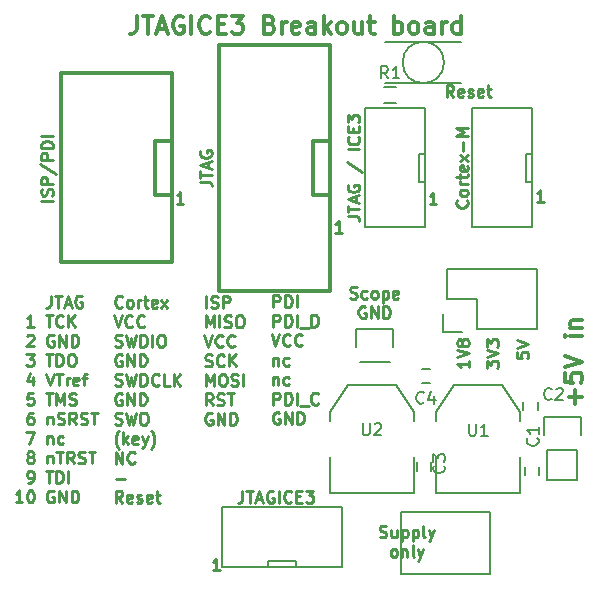
<source format=gbr>
G04 #@! TF.FileFunction,Legend,Top*
%FSLAX46Y46*%
G04 Gerber Fmt 4.6, Leading zero omitted, Abs format (unit mm)*
G04 Created by KiCad (PCBNEW (2015-05-09 BZR 5648)-product) date fre 07 aug 2015 21:35:44 CEST*
%MOMM*%
G01*
G04 APERTURE LIST*
%ADD10C,0.100000*%
%ADD11C,0.250000*%
%ADD12C,0.300000*%
%ADD13C,0.150000*%
%ADD14C,0.304800*%
%ADD15C,0.299720*%
G04 APERTURE END LIST*
D10*
D11*
X122487655Y-128148341D02*
X121916226Y-128148341D01*
X122201940Y-128148341D02*
X122201940Y-127148341D01*
X122106702Y-127291198D01*
X122011464Y-127386436D01*
X121916226Y-127434055D01*
X119421875Y-97094301D02*
X118850446Y-97094301D01*
X119136160Y-97094301D02*
X119136160Y-96094301D01*
X119040922Y-96237158D01*
X118945684Y-96332396D01*
X118850446Y-96380015D01*
X132861015Y-99547941D02*
X132289586Y-99547941D01*
X132575300Y-99547941D02*
X132575300Y-98547941D01*
X132480062Y-98690798D01*
X132384824Y-98786036D01*
X132289586Y-98833655D01*
X140854395Y-97160341D02*
X140282966Y-97160341D01*
X140568680Y-97160341D02*
X140568680Y-96160341D01*
X140473442Y-96303198D01*
X140378204Y-96398436D01*
X140282966Y-96446055D01*
X149937435Y-96941901D02*
X149366006Y-96941901D01*
X149651720Y-96941901D02*
X149651720Y-95941901D01*
X149556482Y-96084758D01*
X149461244Y-96179996D01*
X149366006Y-96227615D01*
X127034895Y-105852681D02*
X127034895Y-104852681D01*
X127415848Y-104852681D01*
X127511086Y-104900300D01*
X127558705Y-104947919D01*
X127606324Y-105043157D01*
X127606324Y-105186014D01*
X127558705Y-105281252D01*
X127511086Y-105328871D01*
X127415848Y-105376490D01*
X127034895Y-105376490D01*
X128034895Y-105852681D02*
X128034895Y-104852681D01*
X128272990Y-104852681D01*
X128415848Y-104900300D01*
X128511086Y-104995538D01*
X128558705Y-105090776D01*
X128606324Y-105281252D01*
X128606324Y-105424110D01*
X128558705Y-105614586D01*
X128511086Y-105709824D01*
X128415848Y-105805062D01*
X128272990Y-105852681D01*
X128034895Y-105852681D01*
X129034895Y-105852681D02*
X129034895Y-104852681D01*
X127034895Y-107502681D02*
X127034895Y-106502681D01*
X127415848Y-106502681D01*
X127511086Y-106550300D01*
X127558705Y-106597919D01*
X127606324Y-106693157D01*
X127606324Y-106836014D01*
X127558705Y-106931252D01*
X127511086Y-106978871D01*
X127415848Y-107026490D01*
X127034895Y-107026490D01*
X128034895Y-107502681D02*
X128034895Y-106502681D01*
X128272990Y-106502681D01*
X128415848Y-106550300D01*
X128511086Y-106645538D01*
X128558705Y-106740776D01*
X128606324Y-106931252D01*
X128606324Y-107074110D01*
X128558705Y-107264586D01*
X128511086Y-107359824D01*
X128415848Y-107455062D01*
X128272990Y-107502681D01*
X128034895Y-107502681D01*
X129034895Y-107502681D02*
X129034895Y-106502681D01*
X129272990Y-107597919D02*
X130034895Y-107597919D01*
X130272990Y-107502681D02*
X130272990Y-106502681D01*
X130511085Y-106502681D01*
X130653943Y-106550300D01*
X130749181Y-106645538D01*
X130796800Y-106740776D01*
X130844419Y-106931252D01*
X130844419Y-107074110D01*
X130796800Y-107264586D01*
X130749181Y-107359824D01*
X130653943Y-107455062D01*
X130511085Y-107502681D01*
X130272990Y-107502681D01*
X126892038Y-108152681D02*
X127225371Y-109152681D01*
X127558705Y-108152681D01*
X128463467Y-109057443D02*
X128415848Y-109105062D01*
X128272991Y-109152681D01*
X128177753Y-109152681D01*
X128034895Y-109105062D01*
X127939657Y-109009824D01*
X127892038Y-108914586D01*
X127844419Y-108724110D01*
X127844419Y-108581252D01*
X127892038Y-108390776D01*
X127939657Y-108295538D01*
X128034895Y-108200300D01*
X128177753Y-108152681D01*
X128272991Y-108152681D01*
X128415848Y-108200300D01*
X128463467Y-108247919D01*
X129463467Y-109057443D02*
X129415848Y-109105062D01*
X129272991Y-109152681D01*
X129177753Y-109152681D01*
X129034895Y-109105062D01*
X128939657Y-109009824D01*
X128892038Y-108914586D01*
X128844419Y-108724110D01*
X128844419Y-108581252D01*
X128892038Y-108390776D01*
X128939657Y-108295538D01*
X129034895Y-108200300D01*
X129177753Y-108152681D01*
X129272991Y-108152681D01*
X129415848Y-108200300D01*
X129463467Y-108247919D01*
X127034895Y-110136014D02*
X127034895Y-110802681D01*
X127034895Y-110231252D02*
X127082514Y-110183633D01*
X127177752Y-110136014D01*
X127320610Y-110136014D01*
X127415848Y-110183633D01*
X127463467Y-110278871D01*
X127463467Y-110802681D01*
X128368229Y-110755062D02*
X128272991Y-110802681D01*
X128082514Y-110802681D01*
X127987276Y-110755062D01*
X127939657Y-110707443D01*
X127892038Y-110612205D01*
X127892038Y-110326490D01*
X127939657Y-110231252D01*
X127987276Y-110183633D01*
X128082514Y-110136014D01*
X128272991Y-110136014D01*
X128368229Y-110183633D01*
X127034895Y-111786014D02*
X127034895Y-112452681D01*
X127034895Y-111881252D02*
X127082514Y-111833633D01*
X127177752Y-111786014D01*
X127320610Y-111786014D01*
X127415848Y-111833633D01*
X127463467Y-111928871D01*
X127463467Y-112452681D01*
X128368229Y-112405062D02*
X128272991Y-112452681D01*
X128082514Y-112452681D01*
X127987276Y-112405062D01*
X127939657Y-112357443D01*
X127892038Y-112262205D01*
X127892038Y-111976490D01*
X127939657Y-111881252D01*
X127987276Y-111833633D01*
X128082514Y-111786014D01*
X128272991Y-111786014D01*
X128368229Y-111833633D01*
X127034895Y-114102681D02*
X127034895Y-113102681D01*
X127415848Y-113102681D01*
X127511086Y-113150300D01*
X127558705Y-113197919D01*
X127606324Y-113293157D01*
X127606324Y-113436014D01*
X127558705Y-113531252D01*
X127511086Y-113578871D01*
X127415848Y-113626490D01*
X127034895Y-113626490D01*
X128034895Y-114102681D02*
X128034895Y-113102681D01*
X128272990Y-113102681D01*
X128415848Y-113150300D01*
X128511086Y-113245538D01*
X128558705Y-113340776D01*
X128606324Y-113531252D01*
X128606324Y-113674110D01*
X128558705Y-113864586D01*
X128511086Y-113959824D01*
X128415848Y-114055062D01*
X128272990Y-114102681D01*
X128034895Y-114102681D01*
X129034895Y-114102681D02*
X129034895Y-113102681D01*
X129272990Y-114197919D02*
X130034895Y-114197919D01*
X130844419Y-114007443D02*
X130796800Y-114055062D01*
X130653943Y-114102681D01*
X130558705Y-114102681D01*
X130415847Y-114055062D01*
X130320609Y-113959824D01*
X130272990Y-113864586D01*
X130225371Y-113674110D01*
X130225371Y-113531252D01*
X130272990Y-113340776D01*
X130320609Y-113245538D01*
X130415847Y-113150300D01*
X130558705Y-113102681D01*
X130653943Y-113102681D01*
X130796800Y-113150300D01*
X130844419Y-113197919D01*
X127558705Y-114800300D02*
X127463467Y-114752681D01*
X127320610Y-114752681D01*
X127177752Y-114800300D01*
X127082514Y-114895538D01*
X127034895Y-114990776D01*
X126987276Y-115181252D01*
X126987276Y-115324110D01*
X127034895Y-115514586D01*
X127082514Y-115609824D01*
X127177752Y-115705062D01*
X127320610Y-115752681D01*
X127415848Y-115752681D01*
X127558705Y-115705062D01*
X127606324Y-115657443D01*
X127606324Y-115324110D01*
X127415848Y-115324110D01*
X128034895Y-115752681D02*
X128034895Y-114752681D01*
X128606324Y-115752681D01*
X128606324Y-114752681D01*
X129082514Y-115752681D02*
X129082514Y-114752681D01*
X129320609Y-114752681D01*
X129463467Y-114800300D01*
X129558705Y-114895538D01*
X129606324Y-114990776D01*
X129653943Y-115181252D01*
X129653943Y-115324110D01*
X129606324Y-115514586D01*
X129558705Y-115609824D01*
X129463467Y-115705062D01*
X129320609Y-115752681D01*
X129082514Y-115752681D01*
X114258624Y-105810243D02*
X114211005Y-105857862D01*
X114068148Y-105905481D01*
X113972910Y-105905481D01*
X113830052Y-105857862D01*
X113734814Y-105762624D01*
X113687195Y-105667386D01*
X113639576Y-105476910D01*
X113639576Y-105334052D01*
X113687195Y-105143576D01*
X113734814Y-105048338D01*
X113830052Y-104953100D01*
X113972910Y-104905481D01*
X114068148Y-104905481D01*
X114211005Y-104953100D01*
X114258624Y-105000719D01*
X114830052Y-105905481D02*
X114734814Y-105857862D01*
X114687195Y-105810243D01*
X114639576Y-105715005D01*
X114639576Y-105429290D01*
X114687195Y-105334052D01*
X114734814Y-105286433D01*
X114830052Y-105238814D01*
X114972910Y-105238814D01*
X115068148Y-105286433D01*
X115115767Y-105334052D01*
X115163386Y-105429290D01*
X115163386Y-105715005D01*
X115115767Y-105810243D01*
X115068148Y-105857862D01*
X114972910Y-105905481D01*
X114830052Y-105905481D01*
X115591957Y-105905481D02*
X115591957Y-105238814D01*
X115591957Y-105429290D02*
X115639576Y-105334052D01*
X115687195Y-105286433D01*
X115782433Y-105238814D01*
X115877672Y-105238814D01*
X116068148Y-105238814D02*
X116449100Y-105238814D01*
X116211005Y-104905481D02*
X116211005Y-105762624D01*
X116258624Y-105857862D01*
X116353862Y-105905481D01*
X116449100Y-105905481D01*
X117163387Y-105857862D02*
X117068149Y-105905481D01*
X116877672Y-105905481D01*
X116782434Y-105857862D01*
X116734815Y-105762624D01*
X116734815Y-105381671D01*
X116782434Y-105286433D01*
X116877672Y-105238814D01*
X117068149Y-105238814D01*
X117163387Y-105286433D01*
X117211006Y-105381671D01*
X117211006Y-105476910D01*
X116734815Y-105572148D01*
X117544339Y-105905481D02*
X118068149Y-105238814D01*
X117544339Y-105238814D02*
X118068149Y-105905481D01*
X113544338Y-106555481D02*
X113877671Y-107555481D01*
X114211005Y-106555481D01*
X115115767Y-107460243D02*
X115068148Y-107507862D01*
X114925291Y-107555481D01*
X114830053Y-107555481D01*
X114687195Y-107507862D01*
X114591957Y-107412624D01*
X114544338Y-107317386D01*
X114496719Y-107126910D01*
X114496719Y-106984052D01*
X114544338Y-106793576D01*
X114591957Y-106698338D01*
X114687195Y-106603100D01*
X114830053Y-106555481D01*
X114925291Y-106555481D01*
X115068148Y-106603100D01*
X115115767Y-106650719D01*
X116115767Y-107460243D02*
X116068148Y-107507862D01*
X115925291Y-107555481D01*
X115830053Y-107555481D01*
X115687195Y-107507862D01*
X115591957Y-107412624D01*
X115544338Y-107317386D01*
X115496719Y-107126910D01*
X115496719Y-106984052D01*
X115544338Y-106793576D01*
X115591957Y-106698338D01*
X115687195Y-106603100D01*
X115830053Y-106555481D01*
X115925291Y-106555481D01*
X116068148Y-106603100D01*
X116115767Y-106650719D01*
X113639576Y-109157862D02*
X113782433Y-109205481D01*
X114020529Y-109205481D01*
X114115767Y-109157862D01*
X114163386Y-109110243D01*
X114211005Y-109015005D01*
X114211005Y-108919767D01*
X114163386Y-108824529D01*
X114115767Y-108776910D01*
X114020529Y-108729290D01*
X113830052Y-108681671D01*
X113734814Y-108634052D01*
X113687195Y-108586433D01*
X113639576Y-108491195D01*
X113639576Y-108395957D01*
X113687195Y-108300719D01*
X113734814Y-108253100D01*
X113830052Y-108205481D01*
X114068148Y-108205481D01*
X114211005Y-108253100D01*
X114544338Y-108205481D02*
X114782433Y-109205481D01*
X114972910Y-108491195D01*
X115163386Y-109205481D01*
X115401481Y-108205481D01*
X115782433Y-109205481D02*
X115782433Y-108205481D01*
X116020528Y-108205481D01*
X116163386Y-108253100D01*
X116258624Y-108348338D01*
X116306243Y-108443576D01*
X116353862Y-108634052D01*
X116353862Y-108776910D01*
X116306243Y-108967386D01*
X116258624Y-109062624D01*
X116163386Y-109157862D01*
X116020528Y-109205481D01*
X115782433Y-109205481D01*
X116782433Y-109205481D02*
X116782433Y-108205481D01*
X117449099Y-108205481D02*
X117639576Y-108205481D01*
X117734814Y-108253100D01*
X117830052Y-108348338D01*
X117877671Y-108538814D01*
X117877671Y-108872148D01*
X117830052Y-109062624D01*
X117734814Y-109157862D01*
X117639576Y-109205481D01*
X117449099Y-109205481D01*
X117353861Y-109157862D01*
X117258623Y-109062624D01*
X117211004Y-108872148D01*
X117211004Y-108538814D01*
X117258623Y-108348338D01*
X117353861Y-108253100D01*
X117449099Y-108205481D01*
X114211005Y-109903100D02*
X114115767Y-109855481D01*
X113972910Y-109855481D01*
X113830052Y-109903100D01*
X113734814Y-109998338D01*
X113687195Y-110093576D01*
X113639576Y-110284052D01*
X113639576Y-110426910D01*
X113687195Y-110617386D01*
X113734814Y-110712624D01*
X113830052Y-110807862D01*
X113972910Y-110855481D01*
X114068148Y-110855481D01*
X114211005Y-110807862D01*
X114258624Y-110760243D01*
X114258624Y-110426910D01*
X114068148Y-110426910D01*
X114687195Y-110855481D02*
X114687195Y-109855481D01*
X115258624Y-110855481D01*
X115258624Y-109855481D01*
X115734814Y-110855481D02*
X115734814Y-109855481D01*
X115972909Y-109855481D01*
X116115767Y-109903100D01*
X116211005Y-109998338D01*
X116258624Y-110093576D01*
X116306243Y-110284052D01*
X116306243Y-110426910D01*
X116258624Y-110617386D01*
X116211005Y-110712624D01*
X116115767Y-110807862D01*
X115972909Y-110855481D01*
X115734814Y-110855481D01*
X113639576Y-112457862D02*
X113782433Y-112505481D01*
X114020529Y-112505481D01*
X114115767Y-112457862D01*
X114163386Y-112410243D01*
X114211005Y-112315005D01*
X114211005Y-112219767D01*
X114163386Y-112124529D01*
X114115767Y-112076910D01*
X114020529Y-112029290D01*
X113830052Y-111981671D01*
X113734814Y-111934052D01*
X113687195Y-111886433D01*
X113639576Y-111791195D01*
X113639576Y-111695957D01*
X113687195Y-111600719D01*
X113734814Y-111553100D01*
X113830052Y-111505481D01*
X114068148Y-111505481D01*
X114211005Y-111553100D01*
X114544338Y-111505481D02*
X114782433Y-112505481D01*
X114972910Y-111791195D01*
X115163386Y-112505481D01*
X115401481Y-111505481D01*
X115782433Y-112505481D02*
X115782433Y-111505481D01*
X116020528Y-111505481D01*
X116163386Y-111553100D01*
X116258624Y-111648338D01*
X116306243Y-111743576D01*
X116353862Y-111934052D01*
X116353862Y-112076910D01*
X116306243Y-112267386D01*
X116258624Y-112362624D01*
X116163386Y-112457862D01*
X116020528Y-112505481D01*
X115782433Y-112505481D01*
X117353862Y-112410243D02*
X117306243Y-112457862D01*
X117163386Y-112505481D01*
X117068148Y-112505481D01*
X116925290Y-112457862D01*
X116830052Y-112362624D01*
X116782433Y-112267386D01*
X116734814Y-112076910D01*
X116734814Y-111934052D01*
X116782433Y-111743576D01*
X116830052Y-111648338D01*
X116925290Y-111553100D01*
X117068148Y-111505481D01*
X117163386Y-111505481D01*
X117306243Y-111553100D01*
X117353862Y-111600719D01*
X118258624Y-112505481D02*
X117782433Y-112505481D01*
X117782433Y-111505481D01*
X118591957Y-112505481D02*
X118591957Y-111505481D01*
X119163386Y-112505481D02*
X118734814Y-111934052D01*
X119163386Y-111505481D02*
X118591957Y-112076910D01*
X114211005Y-113203100D02*
X114115767Y-113155481D01*
X113972910Y-113155481D01*
X113830052Y-113203100D01*
X113734814Y-113298338D01*
X113687195Y-113393576D01*
X113639576Y-113584052D01*
X113639576Y-113726910D01*
X113687195Y-113917386D01*
X113734814Y-114012624D01*
X113830052Y-114107862D01*
X113972910Y-114155481D01*
X114068148Y-114155481D01*
X114211005Y-114107862D01*
X114258624Y-114060243D01*
X114258624Y-113726910D01*
X114068148Y-113726910D01*
X114687195Y-114155481D02*
X114687195Y-113155481D01*
X115258624Y-114155481D01*
X115258624Y-113155481D01*
X115734814Y-114155481D02*
X115734814Y-113155481D01*
X115972909Y-113155481D01*
X116115767Y-113203100D01*
X116211005Y-113298338D01*
X116258624Y-113393576D01*
X116306243Y-113584052D01*
X116306243Y-113726910D01*
X116258624Y-113917386D01*
X116211005Y-114012624D01*
X116115767Y-114107862D01*
X115972909Y-114155481D01*
X115734814Y-114155481D01*
X113639576Y-115757862D02*
X113782433Y-115805481D01*
X114020529Y-115805481D01*
X114115767Y-115757862D01*
X114163386Y-115710243D01*
X114211005Y-115615005D01*
X114211005Y-115519767D01*
X114163386Y-115424529D01*
X114115767Y-115376910D01*
X114020529Y-115329290D01*
X113830052Y-115281671D01*
X113734814Y-115234052D01*
X113687195Y-115186433D01*
X113639576Y-115091195D01*
X113639576Y-114995957D01*
X113687195Y-114900719D01*
X113734814Y-114853100D01*
X113830052Y-114805481D01*
X114068148Y-114805481D01*
X114211005Y-114853100D01*
X114544338Y-114805481D02*
X114782433Y-115805481D01*
X114972910Y-115091195D01*
X115163386Y-115805481D01*
X115401481Y-114805481D01*
X115972909Y-114805481D02*
X116163386Y-114805481D01*
X116258624Y-114853100D01*
X116353862Y-114948338D01*
X116401481Y-115138814D01*
X116401481Y-115472148D01*
X116353862Y-115662624D01*
X116258624Y-115757862D01*
X116163386Y-115805481D01*
X115972909Y-115805481D01*
X115877671Y-115757862D01*
X115782433Y-115662624D01*
X115734814Y-115472148D01*
X115734814Y-115138814D01*
X115782433Y-114948338D01*
X115877671Y-114853100D01*
X115972909Y-114805481D01*
X113972910Y-117836433D02*
X113925290Y-117788814D01*
X113830052Y-117645957D01*
X113782433Y-117550719D01*
X113734814Y-117407862D01*
X113687195Y-117169767D01*
X113687195Y-116979290D01*
X113734814Y-116741195D01*
X113782433Y-116598338D01*
X113830052Y-116503100D01*
X113925290Y-116360243D01*
X113972910Y-116312624D01*
X114353862Y-117455481D02*
X114353862Y-116455481D01*
X114449100Y-117074529D02*
X114734815Y-117455481D01*
X114734815Y-116788814D02*
X114353862Y-117169767D01*
X115544339Y-117407862D02*
X115449101Y-117455481D01*
X115258624Y-117455481D01*
X115163386Y-117407862D01*
X115115767Y-117312624D01*
X115115767Y-116931671D01*
X115163386Y-116836433D01*
X115258624Y-116788814D01*
X115449101Y-116788814D01*
X115544339Y-116836433D01*
X115591958Y-116931671D01*
X115591958Y-117026910D01*
X115115767Y-117122148D01*
X115925291Y-116788814D02*
X116163386Y-117455481D01*
X116401482Y-116788814D02*
X116163386Y-117455481D01*
X116068148Y-117693576D01*
X116020529Y-117741195D01*
X115925291Y-117788814D01*
X116687196Y-117836433D02*
X116734815Y-117788814D01*
X116830053Y-117645957D01*
X116877672Y-117550719D01*
X116925291Y-117407862D01*
X116972910Y-117169767D01*
X116972910Y-116979290D01*
X116925291Y-116741195D01*
X116877672Y-116598338D01*
X116830053Y-116503100D01*
X116734815Y-116360243D01*
X116687196Y-116312624D01*
X113687195Y-119105481D02*
X113687195Y-118105481D01*
X114258624Y-119105481D01*
X114258624Y-118105481D01*
X115306243Y-119010243D02*
X115258624Y-119057862D01*
X115115767Y-119105481D01*
X115020529Y-119105481D01*
X114877671Y-119057862D01*
X114782433Y-118962624D01*
X114734814Y-118867386D01*
X114687195Y-118676910D01*
X114687195Y-118534052D01*
X114734814Y-118343576D01*
X114782433Y-118248338D01*
X114877671Y-118153100D01*
X115020529Y-118105481D01*
X115115767Y-118105481D01*
X115258624Y-118153100D01*
X115306243Y-118200719D01*
X113687195Y-120374529D02*
X114449100Y-120374529D01*
X114258624Y-122405481D02*
X113925290Y-121929290D01*
X113687195Y-122405481D02*
X113687195Y-121405481D01*
X114068148Y-121405481D01*
X114163386Y-121453100D01*
X114211005Y-121500719D01*
X114258624Y-121595957D01*
X114258624Y-121738814D01*
X114211005Y-121834052D01*
X114163386Y-121881671D01*
X114068148Y-121929290D01*
X113687195Y-121929290D01*
X115068148Y-122357862D02*
X114972910Y-122405481D01*
X114782433Y-122405481D01*
X114687195Y-122357862D01*
X114639576Y-122262624D01*
X114639576Y-121881671D01*
X114687195Y-121786433D01*
X114782433Y-121738814D01*
X114972910Y-121738814D01*
X115068148Y-121786433D01*
X115115767Y-121881671D01*
X115115767Y-121976910D01*
X114639576Y-122072148D01*
X115496719Y-122357862D02*
X115591957Y-122405481D01*
X115782433Y-122405481D01*
X115877672Y-122357862D01*
X115925291Y-122262624D01*
X115925291Y-122215005D01*
X115877672Y-122119767D01*
X115782433Y-122072148D01*
X115639576Y-122072148D01*
X115544338Y-122024529D01*
X115496719Y-121929290D01*
X115496719Y-121881671D01*
X115544338Y-121786433D01*
X115639576Y-121738814D01*
X115782433Y-121738814D01*
X115877672Y-121786433D01*
X116734815Y-122357862D02*
X116639577Y-122405481D01*
X116449100Y-122405481D01*
X116353862Y-122357862D01*
X116306243Y-122262624D01*
X116306243Y-121881671D01*
X116353862Y-121786433D01*
X116449100Y-121738814D01*
X116639577Y-121738814D01*
X116734815Y-121786433D01*
X116782434Y-121881671D01*
X116782434Y-121976910D01*
X116306243Y-122072148D01*
X117068148Y-121738814D02*
X117449100Y-121738814D01*
X117211005Y-121405481D02*
X117211005Y-122262624D01*
X117258624Y-122357862D01*
X117353862Y-122405481D01*
X117449100Y-122405481D01*
X121332595Y-105916181D02*
X121332595Y-104916181D01*
X121761166Y-105868562D02*
X121904023Y-105916181D01*
X122142119Y-105916181D01*
X122237357Y-105868562D01*
X122284976Y-105820943D01*
X122332595Y-105725705D01*
X122332595Y-105630467D01*
X122284976Y-105535229D01*
X122237357Y-105487610D01*
X122142119Y-105439990D01*
X121951642Y-105392371D01*
X121856404Y-105344752D01*
X121808785Y-105297133D01*
X121761166Y-105201895D01*
X121761166Y-105106657D01*
X121808785Y-105011419D01*
X121856404Y-104963800D01*
X121951642Y-104916181D01*
X122189738Y-104916181D01*
X122332595Y-104963800D01*
X122761166Y-105916181D02*
X122761166Y-104916181D01*
X123142119Y-104916181D01*
X123237357Y-104963800D01*
X123284976Y-105011419D01*
X123332595Y-105106657D01*
X123332595Y-105249514D01*
X123284976Y-105344752D01*
X123237357Y-105392371D01*
X123142119Y-105439990D01*
X122761166Y-105439990D01*
X121332595Y-107566181D02*
X121332595Y-106566181D01*
X121665929Y-107280467D01*
X121999262Y-106566181D01*
X121999262Y-107566181D01*
X122475452Y-107566181D02*
X122475452Y-106566181D01*
X122904023Y-107518562D02*
X123046880Y-107566181D01*
X123284976Y-107566181D01*
X123380214Y-107518562D01*
X123427833Y-107470943D01*
X123475452Y-107375705D01*
X123475452Y-107280467D01*
X123427833Y-107185229D01*
X123380214Y-107137610D01*
X123284976Y-107089990D01*
X123094499Y-107042371D01*
X122999261Y-106994752D01*
X122951642Y-106947133D01*
X122904023Y-106851895D01*
X122904023Y-106756657D01*
X122951642Y-106661419D01*
X122999261Y-106613800D01*
X123094499Y-106566181D01*
X123332595Y-106566181D01*
X123475452Y-106613800D01*
X124094499Y-106566181D02*
X124284976Y-106566181D01*
X124380214Y-106613800D01*
X124475452Y-106709038D01*
X124523071Y-106899514D01*
X124523071Y-107232848D01*
X124475452Y-107423324D01*
X124380214Y-107518562D01*
X124284976Y-107566181D01*
X124094499Y-107566181D01*
X123999261Y-107518562D01*
X123904023Y-107423324D01*
X123856404Y-107232848D01*
X123856404Y-106899514D01*
X123904023Y-106709038D01*
X123999261Y-106613800D01*
X124094499Y-106566181D01*
X121189738Y-108216181D02*
X121523071Y-109216181D01*
X121856405Y-108216181D01*
X122761167Y-109120943D02*
X122713548Y-109168562D01*
X122570691Y-109216181D01*
X122475453Y-109216181D01*
X122332595Y-109168562D01*
X122237357Y-109073324D01*
X122189738Y-108978086D01*
X122142119Y-108787610D01*
X122142119Y-108644752D01*
X122189738Y-108454276D01*
X122237357Y-108359038D01*
X122332595Y-108263800D01*
X122475453Y-108216181D01*
X122570691Y-108216181D01*
X122713548Y-108263800D01*
X122761167Y-108311419D01*
X123761167Y-109120943D02*
X123713548Y-109168562D01*
X123570691Y-109216181D01*
X123475453Y-109216181D01*
X123332595Y-109168562D01*
X123237357Y-109073324D01*
X123189738Y-108978086D01*
X123142119Y-108787610D01*
X123142119Y-108644752D01*
X123189738Y-108454276D01*
X123237357Y-108359038D01*
X123332595Y-108263800D01*
X123475453Y-108216181D01*
X123570691Y-108216181D01*
X123713548Y-108263800D01*
X123761167Y-108311419D01*
X121284976Y-110818562D02*
X121427833Y-110866181D01*
X121665929Y-110866181D01*
X121761167Y-110818562D01*
X121808786Y-110770943D01*
X121856405Y-110675705D01*
X121856405Y-110580467D01*
X121808786Y-110485229D01*
X121761167Y-110437610D01*
X121665929Y-110389990D01*
X121475452Y-110342371D01*
X121380214Y-110294752D01*
X121332595Y-110247133D01*
X121284976Y-110151895D01*
X121284976Y-110056657D01*
X121332595Y-109961419D01*
X121380214Y-109913800D01*
X121475452Y-109866181D01*
X121713548Y-109866181D01*
X121856405Y-109913800D01*
X122856405Y-110770943D02*
X122808786Y-110818562D01*
X122665929Y-110866181D01*
X122570691Y-110866181D01*
X122427833Y-110818562D01*
X122332595Y-110723324D01*
X122284976Y-110628086D01*
X122237357Y-110437610D01*
X122237357Y-110294752D01*
X122284976Y-110104276D01*
X122332595Y-110009038D01*
X122427833Y-109913800D01*
X122570691Y-109866181D01*
X122665929Y-109866181D01*
X122808786Y-109913800D01*
X122856405Y-109961419D01*
X123284976Y-110866181D02*
X123284976Y-109866181D01*
X123856405Y-110866181D02*
X123427833Y-110294752D01*
X123856405Y-109866181D02*
X123284976Y-110437610D01*
X121332595Y-112516181D02*
X121332595Y-111516181D01*
X121665929Y-112230467D01*
X121999262Y-111516181D01*
X121999262Y-112516181D01*
X122665928Y-111516181D02*
X122856405Y-111516181D01*
X122951643Y-111563800D01*
X123046881Y-111659038D01*
X123094500Y-111849514D01*
X123094500Y-112182848D01*
X123046881Y-112373324D01*
X122951643Y-112468562D01*
X122856405Y-112516181D01*
X122665928Y-112516181D01*
X122570690Y-112468562D01*
X122475452Y-112373324D01*
X122427833Y-112182848D01*
X122427833Y-111849514D01*
X122475452Y-111659038D01*
X122570690Y-111563800D01*
X122665928Y-111516181D01*
X123475452Y-112468562D02*
X123618309Y-112516181D01*
X123856405Y-112516181D01*
X123951643Y-112468562D01*
X123999262Y-112420943D01*
X124046881Y-112325705D01*
X124046881Y-112230467D01*
X123999262Y-112135229D01*
X123951643Y-112087610D01*
X123856405Y-112039990D01*
X123665928Y-111992371D01*
X123570690Y-111944752D01*
X123523071Y-111897133D01*
X123475452Y-111801895D01*
X123475452Y-111706657D01*
X123523071Y-111611419D01*
X123570690Y-111563800D01*
X123665928Y-111516181D01*
X123904024Y-111516181D01*
X124046881Y-111563800D01*
X124475452Y-112516181D02*
X124475452Y-111516181D01*
X121904024Y-114166181D02*
X121570690Y-113689990D01*
X121332595Y-114166181D02*
X121332595Y-113166181D01*
X121713548Y-113166181D01*
X121808786Y-113213800D01*
X121856405Y-113261419D01*
X121904024Y-113356657D01*
X121904024Y-113499514D01*
X121856405Y-113594752D01*
X121808786Y-113642371D01*
X121713548Y-113689990D01*
X121332595Y-113689990D01*
X122284976Y-114118562D02*
X122427833Y-114166181D01*
X122665929Y-114166181D01*
X122761167Y-114118562D01*
X122808786Y-114070943D01*
X122856405Y-113975705D01*
X122856405Y-113880467D01*
X122808786Y-113785229D01*
X122761167Y-113737610D01*
X122665929Y-113689990D01*
X122475452Y-113642371D01*
X122380214Y-113594752D01*
X122332595Y-113547133D01*
X122284976Y-113451895D01*
X122284976Y-113356657D01*
X122332595Y-113261419D01*
X122380214Y-113213800D01*
X122475452Y-113166181D01*
X122713548Y-113166181D01*
X122856405Y-113213800D01*
X123142119Y-113166181D02*
X123713548Y-113166181D01*
X123427833Y-114166181D02*
X123427833Y-113166181D01*
X121856405Y-114863800D02*
X121761167Y-114816181D01*
X121618310Y-114816181D01*
X121475452Y-114863800D01*
X121380214Y-114959038D01*
X121332595Y-115054276D01*
X121284976Y-115244752D01*
X121284976Y-115387610D01*
X121332595Y-115578086D01*
X121380214Y-115673324D01*
X121475452Y-115768562D01*
X121618310Y-115816181D01*
X121713548Y-115816181D01*
X121856405Y-115768562D01*
X121904024Y-115720943D01*
X121904024Y-115387610D01*
X121713548Y-115387610D01*
X122332595Y-115816181D02*
X122332595Y-114816181D01*
X122904024Y-115816181D01*
X122904024Y-114816181D01*
X123380214Y-115816181D02*
X123380214Y-114816181D01*
X123618309Y-114816181D01*
X123761167Y-114863800D01*
X123856405Y-114959038D01*
X123904024Y-115054276D01*
X123951643Y-115244752D01*
X123951643Y-115387610D01*
X123904024Y-115578086D01*
X123856405Y-115673324D01*
X123761167Y-115768562D01*
X123618309Y-115816181D01*
X123380214Y-115816181D01*
X108207110Y-104892781D02*
X108207110Y-105607067D01*
X108159490Y-105749924D01*
X108064252Y-105845162D01*
X107921395Y-105892781D01*
X107826157Y-105892781D01*
X108540443Y-104892781D02*
X109111872Y-104892781D01*
X108826157Y-105892781D02*
X108826157Y-104892781D01*
X109397586Y-105607067D02*
X109873777Y-105607067D01*
X109302348Y-105892781D02*
X109635681Y-104892781D01*
X109969015Y-105892781D01*
X110826158Y-104940400D02*
X110730920Y-104892781D01*
X110588063Y-104892781D01*
X110445205Y-104940400D01*
X110349967Y-105035638D01*
X110302348Y-105130876D01*
X110254729Y-105321352D01*
X110254729Y-105464210D01*
X110302348Y-105654686D01*
X110349967Y-105749924D01*
X110445205Y-105845162D01*
X110588063Y-105892781D01*
X110683301Y-105892781D01*
X110826158Y-105845162D01*
X110873777Y-105797543D01*
X110873777Y-105464210D01*
X110683301Y-105464210D01*
X107778538Y-106542781D02*
X108349967Y-106542781D01*
X108064252Y-107542781D02*
X108064252Y-106542781D01*
X109254729Y-107447543D02*
X109207110Y-107495162D01*
X109064253Y-107542781D01*
X108969015Y-107542781D01*
X108826157Y-107495162D01*
X108730919Y-107399924D01*
X108683300Y-107304686D01*
X108635681Y-107114210D01*
X108635681Y-106971352D01*
X108683300Y-106780876D01*
X108730919Y-106685638D01*
X108826157Y-106590400D01*
X108969015Y-106542781D01*
X109064253Y-106542781D01*
X109207110Y-106590400D01*
X109254729Y-106638019D01*
X109683300Y-107542781D02*
X109683300Y-106542781D01*
X110254729Y-107542781D02*
X109826157Y-106971352D01*
X110254729Y-106542781D02*
X109683300Y-107114210D01*
X108445205Y-108240400D02*
X108349967Y-108192781D01*
X108207110Y-108192781D01*
X108064252Y-108240400D01*
X107969014Y-108335638D01*
X107921395Y-108430876D01*
X107873776Y-108621352D01*
X107873776Y-108764210D01*
X107921395Y-108954686D01*
X107969014Y-109049924D01*
X108064252Y-109145162D01*
X108207110Y-109192781D01*
X108302348Y-109192781D01*
X108445205Y-109145162D01*
X108492824Y-109097543D01*
X108492824Y-108764210D01*
X108302348Y-108764210D01*
X108921395Y-109192781D02*
X108921395Y-108192781D01*
X109492824Y-109192781D01*
X109492824Y-108192781D01*
X109969014Y-109192781D02*
X109969014Y-108192781D01*
X110207109Y-108192781D01*
X110349967Y-108240400D01*
X110445205Y-108335638D01*
X110492824Y-108430876D01*
X110540443Y-108621352D01*
X110540443Y-108764210D01*
X110492824Y-108954686D01*
X110445205Y-109049924D01*
X110349967Y-109145162D01*
X110207109Y-109192781D01*
X109969014Y-109192781D01*
X107778538Y-109842781D02*
X108349967Y-109842781D01*
X108064252Y-110842781D02*
X108064252Y-109842781D01*
X108683300Y-110842781D02*
X108683300Y-109842781D01*
X108921395Y-109842781D01*
X109064253Y-109890400D01*
X109159491Y-109985638D01*
X109207110Y-110080876D01*
X109254729Y-110271352D01*
X109254729Y-110414210D01*
X109207110Y-110604686D01*
X109159491Y-110699924D01*
X109064253Y-110795162D01*
X108921395Y-110842781D01*
X108683300Y-110842781D01*
X109873776Y-109842781D02*
X110064253Y-109842781D01*
X110159491Y-109890400D01*
X110254729Y-109985638D01*
X110302348Y-110176114D01*
X110302348Y-110509448D01*
X110254729Y-110699924D01*
X110159491Y-110795162D01*
X110064253Y-110842781D01*
X109873776Y-110842781D01*
X109778538Y-110795162D01*
X109683300Y-110699924D01*
X109635681Y-110509448D01*
X109635681Y-110176114D01*
X109683300Y-109985638D01*
X109778538Y-109890400D01*
X109873776Y-109842781D01*
X107778538Y-111492781D02*
X108111871Y-112492781D01*
X108445205Y-111492781D01*
X108635681Y-111492781D02*
X109207110Y-111492781D01*
X108921395Y-112492781D02*
X108921395Y-111492781D01*
X109540443Y-112492781D02*
X109540443Y-111826114D01*
X109540443Y-112016590D02*
X109588062Y-111921352D01*
X109635681Y-111873733D01*
X109730919Y-111826114D01*
X109826158Y-111826114D01*
X110540444Y-112445162D02*
X110445206Y-112492781D01*
X110254729Y-112492781D01*
X110159491Y-112445162D01*
X110111872Y-112349924D01*
X110111872Y-111968971D01*
X110159491Y-111873733D01*
X110254729Y-111826114D01*
X110445206Y-111826114D01*
X110540444Y-111873733D01*
X110588063Y-111968971D01*
X110588063Y-112064210D01*
X110111872Y-112159448D01*
X110873777Y-111826114D02*
X111254729Y-111826114D01*
X111016634Y-112492781D02*
X111016634Y-111635638D01*
X111064253Y-111540400D01*
X111159491Y-111492781D01*
X111254729Y-111492781D01*
X107778538Y-113142781D02*
X108349967Y-113142781D01*
X108064252Y-114142781D02*
X108064252Y-113142781D01*
X108683300Y-114142781D02*
X108683300Y-113142781D01*
X109016634Y-113857067D01*
X109349967Y-113142781D01*
X109349967Y-114142781D01*
X109778538Y-114095162D02*
X109921395Y-114142781D01*
X110159491Y-114142781D01*
X110254729Y-114095162D01*
X110302348Y-114047543D01*
X110349967Y-113952305D01*
X110349967Y-113857067D01*
X110302348Y-113761829D01*
X110254729Y-113714210D01*
X110159491Y-113666590D01*
X109969014Y-113618971D01*
X109873776Y-113571352D01*
X109826157Y-113523733D01*
X109778538Y-113428495D01*
X109778538Y-113333257D01*
X109826157Y-113238019D01*
X109873776Y-113190400D01*
X109969014Y-113142781D01*
X110207110Y-113142781D01*
X110349967Y-113190400D01*
X107921395Y-115126114D02*
X107921395Y-115792781D01*
X107921395Y-115221352D02*
X107969014Y-115173733D01*
X108064252Y-115126114D01*
X108207110Y-115126114D01*
X108302348Y-115173733D01*
X108349967Y-115268971D01*
X108349967Y-115792781D01*
X108778538Y-115745162D02*
X108921395Y-115792781D01*
X109159491Y-115792781D01*
X109254729Y-115745162D01*
X109302348Y-115697543D01*
X109349967Y-115602305D01*
X109349967Y-115507067D01*
X109302348Y-115411829D01*
X109254729Y-115364210D01*
X109159491Y-115316590D01*
X108969014Y-115268971D01*
X108873776Y-115221352D01*
X108826157Y-115173733D01*
X108778538Y-115078495D01*
X108778538Y-114983257D01*
X108826157Y-114888019D01*
X108873776Y-114840400D01*
X108969014Y-114792781D01*
X109207110Y-114792781D01*
X109349967Y-114840400D01*
X110349967Y-115792781D02*
X110016633Y-115316590D01*
X109778538Y-115792781D02*
X109778538Y-114792781D01*
X110159491Y-114792781D01*
X110254729Y-114840400D01*
X110302348Y-114888019D01*
X110349967Y-114983257D01*
X110349967Y-115126114D01*
X110302348Y-115221352D01*
X110254729Y-115268971D01*
X110159491Y-115316590D01*
X109778538Y-115316590D01*
X110730919Y-115745162D02*
X110873776Y-115792781D01*
X111111872Y-115792781D01*
X111207110Y-115745162D01*
X111254729Y-115697543D01*
X111302348Y-115602305D01*
X111302348Y-115507067D01*
X111254729Y-115411829D01*
X111207110Y-115364210D01*
X111111872Y-115316590D01*
X110921395Y-115268971D01*
X110826157Y-115221352D01*
X110778538Y-115173733D01*
X110730919Y-115078495D01*
X110730919Y-114983257D01*
X110778538Y-114888019D01*
X110826157Y-114840400D01*
X110921395Y-114792781D01*
X111159491Y-114792781D01*
X111302348Y-114840400D01*
X111588062Y-114792781D02*
X112159491Y-114792781D01*
X111873776Y-115792781D02*
X111873776Y-114792781D01*
X107921395Y-116776114D02*
X107921395Y-117442781D01*
X107921395Y-116871352D02*
X107969014Y-116823733D01*
X108064252Y-116776114D01*
X108207110Y-116776114D01*
X108302348Y-116823733D01*
X108349967Y-116918971D01*
X108349967Y-117442781D01*
X109254729Y-117395162D02*
X109159491Y-117442781D01*
X108969014Y-117442781D01*
X108873776Y-117395162D01*
X108826157Y-117347543D01*
X108778538Y-117252305D01*
X108778538Y-116966590D01*
X108826157Y-116871352D01*
X108873776Y-116823733D01*
X108969014Y-116776114D01*
X109159491Y-116776114D01*
X109254729Y-116823733D01*
X107921395Y-118426114D02*
X107921395Y-119092781D01*
X107921395Y-118521352D02*
X107969014Y-118473733D01*
X108064252Y-118426114D01*
X108207110Y-118426114D01*
X108302348Y-118473733D01*
X108349967Y-118568971D01*
X108349967Y-119092781D01*
X108683300Y-118092781D02*
X109254729Y-118092781D01*
X108969014Y-119092781D02*
X108969014Y-118092781D01*
X110159491Y-119092781D02*
X109826157Y-118616590D01*
X109588062Y-119092781D02*
X109588062Y-118092781D01*
X109969015Y-118092781D01*
X110064253Y-118140400D01*
X110111872Y-118188019D01*
X110159491Y-118283257D01*
X110159491Y-118426114D01*
X110111872Y-118521352D01*
X110064253Y-118568971D01*
X109969015Y-118616590D01*
X109588062Y-118616590D01*
X110540443Y-119045162D02*
X110683300Y-119092781D01*
X110921396Y-119092781D01*
X111016634Y-119045162D01*
X111064253Y-118997543D01*
X111111872Y-118902305D01*
X111111872Y-118807067D01*
X111064253Y-118711829D01*
X111016634Y-118664210D01*
X110921396Y-118616590D01*
X110730919Y-118568971D01*
X110635681Y-118521352D01*
X110588062Y-118473733D01*
X110540443Y-118378495D01*
X110540443Y-118283257D01*
X110588062Y-118188019D01*
X110635681Y-118140400D01*
X110730919Y-118092781D01*
X110969015Y-118092781D01*
X111111872Y-118140400D01*
X111397586Y-118092781D02*
X111969015Y-118092781D01*
X111683300Y-119092781D02*
X111683300Y-118092781D01*
X107778538Y-119742781D02*
X108349967Y-119742781D01*
X108064252Y-120742781D02*
X108064252Y-119742781D01*
X108683300Y-120742781D02*
X108683300Y-119742781D01*
X108921395Y-119742781D01*
X109064253Y-119790400D01*
X109159491Y-119885638D01*
X109207110Y-119980876D01*
X109254729Y-120171352D01*
X109254729Y-120314210D01*
X109207110Y-120504686D01*
X109159491Y-120599924D01*
X109064253Y-120695162D01*
X108921395Y-120742781D01*
X108683300Y-120742781D01*
X109683300Y-120742781D02*
X109683300Y-119742781D01*
X108445205Y-121440400D02*
X108349967Y-121392781D01*
X108207110Y-121392781D01*
X108064252Y-121440400D01*
X107969014Y-121535638D01*
X107921395Y-121630876D01*
X107873776Y-121821352D01*
X107873776Y-121964210D01*
X107921395Y-122154686D01*
X107969014Y-122249924D01*
X108064252Y-122345162D01*
X108207110Y-122392781D01*
X108302348Y-122392781D01*
X108445205Y-122345162D01*
X108492824Y-122297543D01*
X108492824Y-121964210D01*
X108302348Y-121964210D01*
X108921395Y-122392781D02*
X108921395Y-121392781D01*
X109492824Y-122392781D01*
X109492824Y-121392781D01*
X109969014Y-122392781D02*
X109969014Y-121392781D01*
X110207109Y-121392781D01*
X110349967Y-121440400D01*
X110445205Y-121535638D01*
X110492824Y-121630876D01*
X110540443Y-121821352D01*
X110540443Y-121964210D01*
X110492824Y-122154686D01*
X110445205Y-122249924D01*
X110349967Y-122345162D01*
X110207109Y-122392781D01*
X109969014Y-122392781D01*
X106756224Y-107530581D02*
X106184795Y-107530581D01*
X106470509Y-107530581D02*
X106470509Y-106530581D01*
X106375271Y-106673438D01*
X106280033Y-106768676D01*
X106184795Y-106816295D01*
X106184795Y-108275819D02*
X106232414Y-108228200D01*
X106327652Y-108180581D01*
X106565748Y-108180581D01*
X106660986Y-108228200D01*
X106708605Y-108275819D01*
X106756224Y-108371057D01*
X106756224Y-108466295D01*
X106708605Y-108609152D01*
X106137176Y-109180581D01*
X106756224Y-109180581D01*
X106137176Y-109830581D02*
X106756224Y-109830581D01*
X106422890Y-110211533D01*
X106565748Y-110211533D01*
X106660986Y-110259152D01*
X106708605Y-110306771D01*
X106756224Y-110402010D01*
X106756224Y-110640105D01*
X106708605Y-110735343D01*
X106660986Y-110782962D01*
X106565748Y-110830581D01*
X106280033Y-110830581D01*
X106184795Y-110782962D01*
X106137176Y-110735343D01*
X106660986Y-111813914D02*
X106660986Y-112480581D01*
X106422890Y-111432962D02*
X106184795Y-112147248D01*
X106803843Y-112147248D01*
X106708605Y-113130581D02*
X106232414Y-113130581D01*
X106184795Y-113606771D01*
X106232414Y-113559152D01*
X106327652Y-113511533D01*
X106565748Y-113511533D01*
X106660986Y-113559152D01*
X106708605Y-113606771D01*
X106756224Y-113702010D01*
X106756224Y-113940105D01*
X106708605Y-114035343D01*
X106660986Y-114082962D01*
X106565748Y-114130581D01*
X106327652Y-114130581D01*
X106232414Y-114082962D01*
X106184795Y-114035343D01*
X106660986Y-114780581D02*
X106470509Y-114780581D01*
X106375271Y-114828200D01*
X106327652Y-114875819D01*
X106232414Y-115018676D01*
X106184795Y-115209152D01*
X106184795Y-115590105D01*
X106232414Y-115685343D01*
X106280033Y-115732962D01*
X106375271Y-115780581D01*
X106565748Y-115780581D01*
X106660986Y-115732962D01*
X106708605Y-115685343D01*
X106756224Y-115590105D01*
X106756224Y-115352010D01*
X106708605Y-115256771D01*
X106660986Y-115209152D01*
X106565748Y-115161533D01*
X106375271Y-115161533D01*
X106280033Y-115209152D01*
X106232414Y-115256771D01*
X106184795Y-115352010D01*
X106137176Y-116430581D02*
X106803843Y-116430581D01*
X106375271Y-117430581D01*
X106375271Y-118509152D02*
X106280033Y-118461533D01*
X106232414Y-118413914D01*
X106184795Y-118318676D01*
X106184795Y-118271057D01*
X106232414Y-118175819D01*
X106280033Y-118128200D01*
X106375271Y-118080581D01*
X106565748Y-118080581D01*
X106660986Y-118128200D01*
X106708605Y-118175819D01*
X106756224Y-118271057D01*
X106756224Y-118318676D01*
X106708605Y-118413914D01*
X106660986Y-118461533D01*
X106565748Y-118509152D01*
X106375271Y-118509152D01*
X106280033Y-118556771D01*
X106232414Y-118604390D01*
X106184795Y-118699629D01*
X106184795Y-118890105D01*
X106232414Y-118985343D01*
X106280033Y-119032962D01*
X106375271Y-119080581D01*
X106565748Y-119080581D01*
X106660986Y-119032962D01*
X106708605Y-118985343D01*
X106756224Y-118890105D01*
X106756224Y-118699629D01*
X106708605Y-118604390D01*
X106660986Y-118556771D01*
X106565748Y-118509152D01*
X106280033Y-120730581D02*
X106470509Y-120730581D01*
X106565748Y-120682962D01*
X106613367Y-120635343D01*
X106708605Y-120492486D01*
X106756224Y-120302010D01*
X106756224Y-119921057D01*
X106708605Y-119825819D01*
X106660986Y-119778200D01*
X106565748Y-119730581D01*
X106375271Y-119730581D01*
X106280033Y-119778200D01*
X106232414Y-119825819D01*
X106184795Y-119921057D01*
X106184795Y-120159152D01*
X106232414Y-120254390D01*
X106280033Y-120302010D01*
X106375271Y-120349629D01*
X106565748Y-120349629D01*
X106660986Y-120302010D01*
X106708605Y-120254390D01*
X106756224Y-120159152D01*
X105803843Y-122380581D02*
X105232414Y-122380581D01*
X105518128Y-122380581D02*
X105518128Y-121380581D01*
X105422890Y-121523438D01*
X105327652Y-121618676D01*
X105232414Y-121666295D01*
X106422890Y-121380581D02*
X106518129Y-121380581D01*
X106613367Y-121428200D01*
X106660986Y-121475819D01*
X106708605Y-121571057D01*
X106756224Y-121761533D01*
X106756224Y-121999629D01*
X106708605Y-122190105D01*
X106660986Y-122285343D01*
X106613367Y-122332962D01*
X106518129Y-122380581D01*
X106422890Y-122380581D01*
X106327652Y-122332962D01*
X106280033Y-122285343D01*
X106232414Y-122190105D01*
X106184795Y-121999629D01*
X106184795Y-121761533D01*
X106232414Y-121571057D01*
X106280033Y-121475819D01*
X106327652Y-121428200D01*
X106422890Y-121380581D01*
D12*
X152623983Y-114035874D02*
X152623983Y-112893017D01*
X153195411Y-113464446D02*
X152052554Y-113464446D01*
X151695411Y-111464445D02*
X151695411Y-112178731D01*
X152409697Y-112250160D01*
X152338269Y-112178731D01*
X152266840Y-112035874D01*
X152266840Y-111678731D01*
X152338269Y-111535874D01*
X152409697Y-111464445D01*
X152552554Y-111393017D01*
X152909697Y-111393017D01*
X153052554Y-111464445D01*
X153123983Y-111535874D01*
X153195411Y-111678731D01*
X153195411Y-112035874D01*
X153123983Y-112178731D01*
X153052554Y-112250160D01*
X151695411Y-110964446D02*
X153195411Y-110464446D01*
X151695411Y-109964446D01*
X153195411Y-108321589D02*
X152195411Y-108321589D01*
X151695411Y-108321589D02*
X151766840Y-108393018D01*
X151838269Y-108321589D01*
X151766840Y-108250161D01*
X151695411Y-108321589D01*
X151838269Y-108321589D01*
X152195411Y-107607303D02*
X153195411Y-107607303D01*
X152338269Y-107607303D02*
X152266840Y-107535875D01*
X152195411Y-107393017D01*
X152195411Y-107178732D01*
X152266840Y-107035875D01*
X152409697Y-106964446D01*
X153195411Y-106964446D01*
D11*
X136042685Y-125309762D02*
X136185542Y-125357381D01*
X136423638Y-125357381D01*
X136518876Y-125309762D01*
X136566495Y-125262143D01*
X136614114Y-125166905D01*
X136614114Y-125071667D01*
X136566495Y-124976429D01*
X136518876Y-124928810D01*
X136423638Y-124881190D01*
X136233161Y-124833571D01*
X136137923Y-124785952D01*
X136090304Y-124738333D01*
X136042685Y-124643095D01*
X136042685Y-124547857D01*
X136090304Y-124452619D01*
X136137923Y-124405000D01*
X136233161Y-124357381D01*
X136471257Y-124357381D01*
X136614114Y-124405000D01*
X137471257Y-124690714D02*
X137471257Y-125357381D01*
X137042685Y-124690714D02*
X137042685Y-125214524D01*
X137090304Y-125309762D01*
X137185542Y-125357381D01*
X137328400Y-125357381D01*
X137423638Y-125309762D01*
X137471257Y-125262143D01*
X137947447Y-124690714D02*
X137947447Y-125690714D01*
X137947447Y-124738333D02*
X138042685Y-124690714D01*
X138233162Y-124690714D01*
X138328400Y-124738333D01*
X138376019Y-124785952D01*
X138423638Y-124881190D01*
X138423638Y-125166905D01*
X138376019Y-125262143D01*
X138328400Y-125309762D01*
X138233162Y-125357381D01*
X138042685Y-125357381D01*
X137947447Y-125309762D01*
X138852209Y-124690714D02*
X138852209Y-125690714D01*
X138852209Y-124738333D02*
X138947447Y-124690714D01*
X139137924Y-124690714D01*
X139233162Y-124738333D01*
X139280781Y-124785952D01*
X139328400Y-124881190D01*
X139328400Y-125166905D01*
X139280781Y-125262143D01*
X139233162Y-125309762D01*
X139137924Y-125357381D01*
X138947447Y-125357381D01*
X138852209Y-125309762D01*
X139899828Y-125357381D02*
X139804590Y-125309762D01*
X139756971Y-125214524D01*
X139756971Y-124357381D01*
X140185543Y-124690714D02*
X140423638Y-125357381D01*
X140661734Y-124690714D02*
X140423638Y-125357381D01*
X140328400Y-125595476D01*
X140280781Y-125643095D01*
X140185543Y-125690714D01*
X137161733Y-127007381D02*
X137066495Y-126959762D01*
X137018876Y-126912143D01*
X136971257Y-126816905D01*
X136971257Y-126531190D01*
X137018876Y-126435952D01*
X137066495Y-126388333D01*
X137161733Y-126340714D01*
X137304591Y-126340714D01*
X137399829Y-126388333D01*
X137447448Y-126435952D01*
X137495067Y-126531190D01*
X137495067Y-126816905D01*
X137447448Y-126912143D01*
X137399829Y-126959762D01*
X137304591Y-127007381D01*
X137161733Y-127007381D01*
X137923638Y-126340714D02*
X137923638Y-127007381D01*
X137923638Y-126435952D02*
X137971257Y-126388333D01*
X138066495Y-126340714D01*
X138209353Y-126340714D01*
X138304591Y-126388333D01*
X138352210Y-126483571D01*
X138352210Y-127007381D01*
X138971257Y-127007381D02*
X138876019Y-126959762D01*
X138828400Y-126864524D01*
X138828400Y-126007381D01*
X139256972Y-126340714D02*
X139495067Y-127007381D01*
X139733163Y-126340714D02*
X139495067Y-127007381D01*
X139399829Y-127245476D01*
X139352210Y-127293095D01*
X139256972Y-127340714D01*
X133537581Y-105091362D02*
X133680438Y-105138981D01*
X133918534Y-105138981D01*
X134013772Y-105091362D01*
X134061391Y-105043743D01*
X134109010Y-104948505D01*
X134109010Y-104853267D01*
X134061391Y-104758029D01*
X134013772Y-104710410D01*
X133918534Y-104662790D01*
X133728057Y-104615171D01*
X133632819Y-104567552D01*
X133585200Y-104519933D01*
X133537581Y-104424695D01*
X133537581Y-104329457D01*
X133585200Y-104234219D01*
X133632819Y-104186600D01*
X133728057Y-104138981D01*
X133966153Y-104138981D01*
X134109010Y-104186600D01*
X134966153Y-105091362D02*
X134870915Y-105138981D01*
X134680438Y-105138981D01*
X134585200Y-105091362D01*
X134537581Y-105043743D01*
X134489962Y-104948505D01*
X134489962Y-104662790D01*
X134537581Y-104567552D01*
X134585200Y-104519933D01*
X134680438Y-104472314D01*
X134870915Y-104472314D01*
X134966153Y-104519933D01*
X135537581Y-105138981D02*
X135442343Y-105091362D01*
X135394724Y-105043743D01*
X135347105Y-104948505D01*
X135347105Y-104662790D01*
X135394724Y-104567552D01*
X135442343Y-104519933D01*
X135537581Y-104472314D01*
X135680439Y-104472314D01*
X135775677Y-104519933D01*
X135823296Y-104567552D01*
X135870915Y-104662790D01*
X135870915Y-104948505D01*
X135823296Y-105043743D01*
X135775677Y-105091362D01*
X135680439Y-105138981D01*
X135537581Y-105138981D01*
X136299486Y-104472314D02*
X136299486Y-105472314D01*
X136299486Y-104519933D02*
X136394724Y-104472314D01*
X136585201Y-104472314D01*
X136680439Y-104519933D01*
X136728058Y-104567552D01*
X136775677Y-104662790D01*
X136775677Y-104948505D01*
X136728058Y-105043743D01*
X136680439Y-105091362D01*
X136585201Y-105138981D01*
X136394724Y-105138981D01*
X136299486Y-105091362D01*
X137585201Y-105091362D02*
X137489963Y-105138981D01*
X137299486Y-105138981D01*
X137204248Y-105091362D01*
X137156629Y-104996124D01*
X137156629Y-104615171D01*
X137204248Y-104519933D01*
X137299486Y-104472314D01*
X137489963Y-104472314D01*
X137585201Y-104519933D01*
X137632820Y-104615171D01*
X137632820Y-104710410D01*
X137156629Y-104805648D01*
X134823296Y-105836600D02*
X134728058Y-105788981D01*
X134585201Y-105788981D01*
X134442343Y-105836600D01*
X134347105Y-105931838D01*
X134299486Y-106027076D01*
X134251867Y-106217552D01*
X134251867Y-106360410D01*
X134299486Y-106550886D01*
X134347105Y-106646124D01*
X134442343Y-106741362D01*
X134585201Y-106788981D01*
X134680439Y-106788981D01*
X134823296Y-106741362D01*
X134870915Y-106693743D01*
X134870915Y-106360410D01*
X134680439Y-106360410D01*
X135299486Y-106788981D02*
X135299486Y-105788981D01*
X135870915Y-106788981D01*
X135870915Y-105788981D01*
X136347105Y-106788981D02*
X136347105Y-105788981D01*
X136585200Y-105788981D01*
X136728058Y-105836600D01*
X136823296Y-105931838D01*
X136870915Y-106027076D01*
X136918534Y-106217552D01*
X136918534Y-106360410D01*
X136870915Y-106550886D01*
X136823296Y-106646124D01*
X136728058Y-106741362D01*
X136585200Y-106788981D01*
X136347105Y-106788981D01*
X147635981Y-109664476D02*
X147635981Y-110140667D01*
X148112171Y-110188286D01*
X148064552Y-110140667D01*
X148016933Y-110045429D01*
X148016933Y-109807333D01*
X148064552Y-109712095D01*
X148112171Y-109664476D01*
X148207410Y-109616857D01*
X148445505Y-109616857D01*
X148540743Y-109664476D01*
X148588362Y-109712095D01*
X148635981Y-109807333D01*
X148635981Y-110045429D01*
X148588362Y-110140667D01*
X148540743Y-110188286D01*
X147635981Y-109331143D02*
X148635981Y-108997810D01*
X147635981Y-108664476D01*
X145095981Y-111016895D02*
X145095981Y-110397847D01*
X145476933Y-110731181D01*
X145476933Y-110588323D01*
X145524552Y-110493085D01*
X145572171Y-110445466D01*
X145667410Y-110397847D01*
X145905505Y-110397847D01*
X146000743Y-110445466D01*
X146048362Y-110493085D01*
X146095981Y-110588323D01*
X146095981Y-110874038D01*
X146048362Y-110969276D01*
X146000743Y-111016895D01*
X145095981Y-110112133D02*
X146095981Y-109778800D01*
X145095981Y-109445466D01*
X145095981Y-109207371D02*
X145095981Y-108588323D01*
X145476933Y-108921657D01*
X145476933Y-108778799D01*
X145524552Y-108683561D01*
X145572171Y-108635942D01*
X145667410Y-108588323D01*
X145905505Y-108588323D01*
X146000743Y-108635942D01*
X146048362Y-108683561D01*
X146095981Y-108778799D01*
X146095981Y-109064514D01*
X146048362Y-109159752D01*
X146000743Y-109207371D01*
X143606781Y-110397847D02*
X143606781Y-110969276D01*
X143606781Y-110683562D02*
X142606781Y-110683562D01*
X142749638Y-110778800D01*
X142844876Y-110874038D01*
X142892495Y-110969276D01*
X142606781Y-110112133D02*
X143606781Y-109778800D01*
X142606781Y-109445466D01*
X143035352Y-108969276D02*
X142987733Y-109064514D01*
X142940114Y-109112133D01*
X142844876Y-109159752D01*
X142797257Y-109159752D01*
X142702019Y-109112133D01*
X142654400Y-109064514D01*
X142606781Y-108969276D01*
X142606781Y-108778799D01*
X142654400Y-108683561D01*
X142702019Y-108635942D01*
X142797257Y-108588323D01*
X142844876Y-108588323D01*
X142940114Y-108635942D01*
X142987733Y-108683561D01*
X143035352Y-108778799D01*
X143035352Y-108969276D01*
X143082971Y-109064514D01*
X143130590Y-109112133D01*
X143225829Y-109159752D01*
X143416305Y-109159752D01*
X143511543Y-109112133D01*
X143559162Y-109064514D01*
X143606781Y-108969276D01*
X143606781Y-108778799D01*
X143559162Y-108683561D01*
X143511543Y-108635942D01*
X143416305Y-108588323D01*
X143225829Y-108588323D01*
X143130590Y-108635942D01*
X143082971Y-108683561D01*
X143035352Y-108778799D01*
D12*
X115468500Y-81207871D02*
X115468500Y-82279300D01*
X115397072Y-82493586D01*
X115254215Y-82636443D01*
X115039929Y-82707871D01*
X114897072Y-82707871D01*
X115968500Y-81207871D02*
X116825643Y-81207871D01*
X116397072Y-82707871D02*
X116397072Y-81207871D01*
X117254214Y-82279300D02*
X117968500Y-82279300D01*
X117111357Y-82707871D02*
X117611357Y-81207871D01*
X118111357Y-82707871D01*
X119397071Y-81279300D02*
X119254214Y-81207871D01*
X119039928Y-81207871D01*
X118825643Y-81279300D01*
X118682785Y-81422157D01*
X118611357Y-81565014D01*
X118539928Y-81850729D01*
X118539928Y-82065014D01*
X118611357Y-82350729D01*
X118682785Y-82493586D01*
X118825643Y-82636443D01*
X119039928Y-82707871D01*
X119182785Y-82707871D01*
X119397071Y-82636443D01*
X119468500Y-82565014D01*
X119468500Y-82065014D01*
X119182785Y-82065014D01*
X120111357Y-82707871D02*
X120111357Y-81207871D01*
X121682786Y-82565014D02*
X121611357Y-82636443D01*
X121397071Y-82707871D01*
X121254214Y-82707871D01*
X121039929Y-82636443D01*
X120897071Y-82493586D01*
X120825643Y-82350729D01*
X120754214Y-82065014D01*
X120754214Y-81850729D01*
X120825643Y-81565014D01*
X120897071Y-81422157D01*
X121039929Y-81279300D01*
X121254214Y-81207871D01*
X121397071Y-81207871D01*
X121611357Y-81279300D01*
X121682786Y-81350729D01*
X122325643Y-81922157D02*
X122825643Y-81922157D01*
X123039929Y-82707871D02*
X122325643Y-82707871D01*
X122325643Y-81207871D01*
X123039929Y-81207871D01*
X123539929Y-81207871D02*
X124468500Y-81207871D01*
X123968500Y-81779300D01*
X124182786Y-81779300D01*
X124325643Y-81850729D01*
X124397072Y-81922157D01*
X124468500Y-82065014D01*
X124468500Y-82422157D01*
X124397072Y-82565014D01*
X124325643Y-82636443D01*
X124182786Y-82707871D01*
X123754214Y-82707871D01*
X123611357Y-82636443D01*
X123539929Y-82565014D01*
X126754214Y-81922157D02*
X126968500Y-81993586D01*
X127039928Y-82065014D01*
X127111357Y-82207871D01*
X127111357Y-82422157D01*
X127039928Y-82565014D01*
X126968500Y-82636443D01*
X126825642Y-82707871D01*
X126254214Y-82707871D01*
X126254214Y-81207871D01*
X126754214Y-81207871D01*
X126897071Y-81279300D01*
X126968500Y-81350729D01*
X127039928Y-81493586D01*
X127039928Y-81636443D01*
X126968500Y-81779300D01*
X126897071Y-81850729D01*
X126754214Y-81922157D01*
X126254214Y-81922157D01*
X127754214Y-82707871D02*
X127754214Y-81707871D01*
X127754214Y-81993586D02*
X127825642Y-81850729D01*
X127897071Y-81779300D01*
X128039928Y-81707871D01*
X128182785Y-81707871D01*
X129254213Y-82636443D02*
X129111356Y-82707871D01*
X128825642Y-82707871D01*
X128682785Y-82636443D01*
X128611356Y-82493586D01*
X128611356Y-81922157D01*
X128682785Y-81779300D01*
X128825642Y-81707871D01*
X129111356Y-81707871D01*
X129254213Y-81779300D01*
X129325642Y-81922157D01*
X129325642Y-82065014D01*
X128611356Y-82207871D01*
X130611356Y-82707871D02*
X130611356Y-81922157D01*
X130539927Y-81779300D01*
X130397070Y-81707871D01*
X130111356Y-81707871D01*
X129968499Y-81779300D01*
X130611356Y-82636443D02*
X130468499Y-82707871D01*
X130111356Y-82707871D01*
X129968499Y-82636443D01*
X129897070Y-82493586D01*
X129897070Y-82350729D01*
X129968499Y-82207871D01*
X130111356Y-82136443D01*
X130468499Y-82136443D01*
X130611356Y-82065014D01*
X131325642Y-82707871D02*
X131325642Y-81207871D01*
X131468499Y-82136443D02*
X131897070Y-82707871D01*
X131897070Y-81707871D02*
X131325642Y-82279300D01*
X132754214Y-82707871D02*
X132611356Y-82636443D01*
X132539928Y-82565014D01*
X132468499Y-82422157D01*
X132468499Y-81993586D01*
X132539928Y-81850729D01*
X132611356Y-81779300D01*
X132754214Y-81707871D01*
X132968499Y-81707871D01*
X133111356Y-81779300D01*
X133182785Y-81850729D01*
X133254214Y-81993586D01*
X133254214Y-82422157D01*
X133182785Y-82565014D01*
X133111356Y-82636443D01*
X132968499Y-82707871D01*
X132754214Y-82707871D01*
X134539928Y-81707871D02*
X134539928Y-82707871D01*
X133897071Y-81707871D02*
X133897071Y-82493586D01*
X133968499Y-82636443D01*
X134111357Y-82707871D01*
X134325642Y-82707871D01*
X134468499Y-82636443D01*
X134539928Y-82565014D01*
X135039928Y-81707871D02*
X135611357Y-81707871D01*
X135254214Y-81207871D02*
X135254214Y-82493586D01*
X135325642Y-82636443D01*
X135468500Y-82707871D01*
X135611357Y-82707871D01*
X137254214Y-82707871D02*
X137254214Y-81207871D01*
X137254214Y-81779300D02*
X137397071Y-81707871D01*
X137682785Y-81707871D01*
X137825642Y-81779300D01*
X137897071Y-81850729D01*
X137968500Y-81993586D01*
X137968500Y-82422157D01*
X137897071Y-82565014D01*
X137825642Y-82636443D01*
X137682785Y-82707871D01*
X137397071Y-82707871D01*
X137254214Y-82636443D01*
X138825643Y-82707871D02*
X138682785Y-82636443D01*
X138611357Y-82565014D01*
X138539928Y-82422157D01*
X138539928Y-81993586D01*
X138611357Y-81850729D01*
X138682785Y-81779300D01*
X138825643Y-81707871D01*
X139039928Y-81707871D01*
X139182785Y-81779300D01*
X139254214Y-81850729D01*
X139325643Y-81993586D01*
X139325643Y-82422157D01*
X139254214Y-82565014D01*
X139182785Y-82636443D01*
X139039928Y-82707871D01*
X138825643Y-82707871D01*
X140611357Y-82707871D02*
X140611357Y-81922157D01*
X140539928Y-81779300D01*
X140397071Y-81707871D01*
X140111357Y-81707871D01*
X139968500Y-81779300D01*
X140611357Y-82636443D02*
X140468500Y-82707871D01*
X140111357Y-82707871D01*
X139968500Y-82636443D01*
X139897071Y-82493586D01*
X139897071Y-82350729D01*
X139968500Y-82207871D01*
X140111357Y-82136443D01*
X140468500Y-82136443D01*
X140611357Y-82065014D01*
X141325643Y-82707871D02*
X141325643Y-81707871D01*
X141325643Y-81993586D02*
X141397071Y-81850729D01*
X141468500Y-81779300D01*
X141611357Y-81707871D01*
X141754214Y-81707871D01*
X142897071Y-82707871D02*
X142897071Y-81207871D01*
X142897071Y-82636443D02*
X142754214Y-82707871D01*
X142468500Y-82707871D01*
X142325642Y-82636443D01*
X142254214Y-82565014D01*
X142182785Y-82422157D01*
X142182785Y-81993586D01*
X142254214Y-81850729D01*
X142325642Y-81779300D01*
X142468500Y-81707871D01*
X142754214Y-81707871D01*
X142897071Y-81779300D01*
D11*
X133335781Y-98162547D02*
X134050067Y-98162547D01*
X134192924Y-98210167D01*
X134288162Y-98305405D01*
X134335781Y-98448262D01*
X134335781Y-98543500D01*
X133335781Y-97829214D02*
X133335781Y-97257785D01*
X134335781Y-97543500D02*
X133335781Y-97543500D01*
X134050067Y-96972071D02*
X134050067Y-96495880D01*
X134335781Y-97067309D02*
X133335781Y-96733976D01*
X134335781Y-96400642D01*
X133383400Y-95543499D02*
X133335781Y-95638737D01*
X133335781Y-95781594D01*
X133383400Y-95924452D01*
X133478638Y-96019690D01*
X133573876Y-96067309D01*
X133764352Y-96114928D01*
X133907210Y-96114928D01*
X134097686Y-96067309D01*
X134192924Y-96019690D01*
X134288162Y-95924452D01*
X134335781Y-95781594D01*
X134335781Y-95686356D01*
X134288162Y-95543499D01*
X134240543Y-95495880D01*
X133907210Y-95495880D01*
X133907210Y-95686356D01*
X133288162Y-93591118D02*
X134573876Y-94448261D01*
X134335781Y-92495880D02*
X133335781Y-92495880D01*
X134240543Y-91448261D02*
X134288162Y-91495880D01*
X134335781Y-91638737D01*
X134335781Y-91733975D01*
X134288162Y-91876833D01*
X134192924Y-91972071D01*
X134097686Y-92019690D01*
X133907210Y-92067309D01*
X133764352Y-92067309D01*
X133573876Y-92019690D01*
X133478638Y-91972071D01*
X133383400Y-91876833D01*
X133335781Y-91733975D01*
X133335781Y-91638737D01*
X133383400Y-91495880D01*
X133431019Y-91448261D01*
X133811971Y-91019690D02*
X133811971Y-90686356D01*
X134335781Y-90543499D02*
X134335781Y-91019690D01*
X133335781Y-91019690D01*
X133335781Y-90543499D01*
X133335781Y-90210166D02*
X133335781Y-89591118D01*
X133716733Y-89924452D01*
X133716733Y-89781594D01*
X133764352Y-89686356D01*
X133811971Y-89638737D01*
X133907210Y-89591118D01*
X134145305Y-89591118D01*
X134240543Y-89638737D01*
X134288162Y-89686356D01*
X134335781Y-89781594D01*
X134335781Y-90067309D01*
X134288162Y-90162547D01*
X134240543Y-90210166D01*
X124420667Y-121410481D02*
X124420667Y-122124767D01*
X124373047Y-122267624D01*
X124277809Y-122362862D01*
X124134952Y-122410481D01*
X124039714Y-122410481D01*
X124754000Y-121410481D02*
X125325429Y-121410481D01*
X125039714Y-122410481D02*
X125039714Y-121410481D01*
X125611143Y-122124767D02*
X126087334Y-122124767D01*
X125515905Y-122410481D02*
X125849238Y-121410481D01*
X126182572Y-122410481D01*
X127039715Y-121458100D02*
X126944477Y-121410481D01*
X126801620Y-121410481D01*
X126658762Y-121458100D01*
X126563524Y-121553338D01*
X126515905Y-121648576D01*
X126468286Y-121839052D01*
X126468286Y-121981910D01*
X126515905Y-122172386D01*
X126563524Y-122267624D01*
X126658762Y-122362862D01*
X126801620Y-122410481D01*
X126896858Y-122410481D01*
X127039715Y-122362862D01*
X127087334Y-122315243D01*
X127087334Y-121981910D01*
X126896858Y-121981910D01*
X127515905Y-122410481D02*
X127515905Y-121410481D01*
X128563524Y-122315243D02*
X128515905Y-122362862D01*
X128373048Y-122410481D01*
X128277810Y-122410481D01*
X128134952Y-122362862D01*
X128039714Y-122267624D01*
X127992095Y-122172386D01*
X127944476Y-121981910D01*
X127944476Y-121839052D01*
X127992095Y-121648576D01*
X128039714Y-121553338D01*
X128134952Y-121458100D01*
X128277810Y-121410481D01*
X128373048Y-121410481D01*
X128515905Y-121458100D01*
X128563524Y-121505719D01*
X128992095Y-121886671D02*
X129325429Y-121886671D01*
X129468286Y-122410481D02*
X128992095Y-122410481D01*
X128992095Y-121410481D01*
X129468286Y-121410481D01*
X129801619Y-121410481D02*
X130420667Y-121410481D01*
X130087333Y-121791433D01*
X130230191Y-121791433D01*
X130325429Y-121839052D01*
X130373048Y-121886671D01*
X130420667Y-121981910D01*
X130420667Y-122220005D01*
X130373048Y-122315243D01*
X130325429Y-122362862D01*
X130230191Y-122410481D01*
X129944476Y-122410481D01*
X129849238Y-122362862D01*
X129801619Y-122315243D01*
X142289685Y-88064601D02*
X141956351Y-87588410D01*
X141718256Y-88064601D02*
X141718256Y-87064601D01*
X142099209Y-87064601D01*
X142194447Y-87112220D01*
X142242066Y-87159839D01*
X142289685Y-87255077D01*
X142289685Y-87397934D01*
X142242066Y-87493172D01*
X142194447Y-87540791D01*
X142099209Y-87588410D01*
X141718256Y-87588410D01*
X143099209Y-88016982D02*
X143003971Y-88064601D01*
X142813494Y-88064601D01*
X142718256Y-88016982D01*
X142670637Y-87921744D01*
X142670637Y-87540791D01*
X142718256Y-87445553D01*
X142813494Y-87397934D01*
X143003971Y-87397934D01*
X143099209Y-87445553D01*
X143146828Y-87540791D01*
X143146828Y-87636030D01*
X142670637Y-87731268D01*
X143527780Y-88016982D02*
X143623018Y-88064601D01*
X143813494Y-88064601D01*
X143908733Y-88016982D01*
X143956352Y-87921744D01*
X143956352Y-87874125D01*
X143908733Y-87778887D01*
X143813494Y-87731268D01*
X143670637Y-87731268D01*
X143575399Y-87683649D01*
X143527780Y-87588410D01*
X143527780Y-87540791D01*
X143575399Y-87445553D01*
X143670637Y-87397934D01*
X143813494Y-87397934D01*
X143908733Y-87445553D01*
X144765876Y-88016982D02*
X144670638Y-88064601D01*
X144480161Y-88064601D01*
X144384923Y-88016982D01*
X144337304Y-87921744D01*
X144337304Y-87540791D01*
X144384923Y-87445553D01*
X144480161Y-87397934D01*
X144670638Y-87397934D01*
X144765876Y-87445553D01*
X144813495Y-87540791D01*
X144813495Y-87636030D01*
X144337304Y-87731268D01*
X145099209Y-87397934D02*
X145480161Y-87397934D01*
X145242066Y-87064601D02*
X145242066Y-87921744D01*
X145289685Y-88016982D01*
X145384923Y-88064601D01*
X145480161Y-88064601D01*
X143409943Y-96805405D02*
X143457562Y-96853024D01*
X143505181Y-96995881D01*
X143505181Y-97091119D01*
X143457562Y-97233977D01*
X143362324Y-97329215D01*
X143267086Y-97376834D01*
X143076610Y-97424453D01*
X142933752Y-97424453D01*
X142743276Y-97376834D01*
X142648038Y-97329215D01*
X142552800Y-97233977D01*
X142505181Y-97091119D01*
X142505181Y-96995881D01*
X142552800Y-96853024D01*
X142600419Y-96805405D01*
X143505181Y-96233977D02*
X143457562Y-96329215D01*
X143409943Y-96376834D01*
X143314705Y-96424453D01*
X143028990Y-96424453D01*
X142933752Y-96376834D01*
X142886133Y-96329215D01*
X142838514Y-96233977D01*
X142838514Y-96091119D01*
X142886133Y-95995881D01*
X142933752Y-95948262D01*
X143028990Y-95900643D01*
X143314705Y-95900643D01*
X143409943Y-95948262D01*
X143457562Y-95995881D01*
X143505181Y-96091119D01*
X143505181Y-96233977D01*
X143505181Y-95472072D02*
X142838514Y-95472072D01*
X143028990Y-95472072D02*
X142933752Y-95424453D01*
X142886133Y-95376834D01*
X142838514Y-95281596D01*
X142838514Y-95186357D01*
X142838514Y-94995881D02*
X142838514Y-94614929D01*
X142505181Y-94853024D02*
X143362324Y-94853024D01*
X143457562Y-94805405D01*
X143505181Y-94710167D01*
X143505181Y-94614929D01*
X143457562Y-93900642D02*
X143505181Y-93995880D01*
X143505181Y-94186357D01*
X143457562Y-94281595D01*
X143362324Y-94329214D01*
X142981371Y-94329214D01*
X142886133Y-94281595D01*
X142838514Y-94186357D01*
X142838514Y-93995880D01*
X142886133Y-93900642D01*
X142981371Y-93853023D01*
X143076610Y-93853023D01*
X143171848Y-94329214D01*
X143505181Y-93519690D02*
X142838514Y-92995880D01*
X142838514Y-93519690D02*
X143505181Y-92995880D01*
X143124229Y-92614928D02*
X143124229Y-91853023D01*
X143505181Y-91376833D02*
X142505181Y-91376833D01*
X143219467Y-91043499D01*
X142505181Y-90710166D01*
X143505181Y-90710166D01*
X120826281Y-95248266D02*
X121540567Y-95248266D01*
X121683424Y-95295886D01*
X121778662Y-95391124D01*
X121826281Y-95533981D01*
X121826281Y-95629219D01*
X120826281Y-94914933D02*
X120826281Y-94343504D01*
X121826281Y-94629219D02*
X120826281Y-94629219D01*
X121540567Y-94057790D02*
X121540567Y-93581599D01*
X121826281Y-94153028D02*
X120826281Y-93819695D01*
X121826281Y-93486361D01*
X120873900Y-92629218D02*
X120826281Y-92724456D01*
X120826281Y-92867313D01*
X120873900Y-93010171D01*
X120969138Y-93105409D01*
X121064376Y-93153028D01*
X121254852Y-93200647D01*
X121397710Y-93200647D01*
X121588186Y-93153028D01*
X121683424Y-93105409D01*
X121778662Y-93010171D01*
X121826281Y-92867313D01*
X121826281Y-92772075D01*
X121778662Y-92629218D01*
X121731043Y-92581599D01*
X121397710Y-92581599D01*
X121397710Y-92772075D01*
X108376981Y-96845095D02*
X107376981Y-96845095D01*
X108329362Y-96416524D02*
X108376981Y-96273667D01*
X108376981Y-96035571D01*
X108329362Y-95940333D01*
X108281743Y-95892714D01*
X108186505Y-95845095D01*
X108091267Y-95845095D01*
X107996029Y-95892714D01*
X107948410Y-95940333D01*
X107900790Y-96035571D01*
X107853171Y-96226048D01*
X107805552Y-96321286D01*
X107757933Y-96368905D01*
X107662695Y-96416524D01*
X107567457Y-96416524D01*
X107472219Y-96368905D01*
X107424600Y-96321286D01*
X107376981Y-96226048D01*
X107376981Y-95987952D01*
X107424600Y-95845095D01*
X108376981Y-95416524D02*
X107376981Y-95416524D01*
X107376981Y-95035571D01*
X107424600Y-94940333D01*
X107472219Y-94892714D01*
X107567457Y-94845095D01*
X107710314Y-94845095D01*
X107805552Y-94892714D01*
X107853171Y-94940333D01*
X107900790Y-95035571D01*
X107900790Y-95416524D01*
X107329362Y-93702238D02*
X108615076Y-94559381D01*
X108376981Y-93368905D02*
X107376981Y-93368905D01*
X107376981Y-92987952D01*
X107424600Y-92892714D01*
X107472219Y-92845095D01*
X107567457Y-92797476D01*
X107710314Y-92797476D01*
X107805552Y-92845095D01*
X107853171Y-92892714D01*
X107900790Y-92987952D01*
X107900790Y-93368905D01*
X108376981Y-92368905D02*
X107376981Y-92368905D01*
X107376981Y-92130810D01*
X107424600Y-91987952D01*
X107519838Y-91892714D01*
X107615076Y-91845095D01*
X107805552Y-91797476D01*
X107948410Y-91797476D01*
X108138886Y-91845095D01*
X108234124Y-91892714D01*
X108329362Y-91987952D01*
X108376981Y-92130810D01*
X108376981Y-92368905D01*
X108376981Y-91368905D02*
X107376981Y-91368905D01*
D13*
X141486274Y-85140800D02*
G75*
G03X141486274Y-85140800I-1750714J0D01*
G01*
X136510560Y-83390800D02*
X142960560Y-83390800D01*
X136510560Y-86890800D02*
X142960560Y-86890800D01*
X137421240Y-88594560D02*
X136421240Y-88594560D01*
X136421240Y-87244560D02*
X137421240Y-87244560D01*
D14*
X118441200Y-102056200D02*
X118441200Y-86056200D01*
X109041200Y-86056200D02*
X109041200Y-102056200D01*
X109041200Y-102056200D02*
X118441200Y-102056200D01*
X109041200Y-86056200D02*
X118441200Y-86056200D01*
D15*
X118441200Y-91756200D02*
X117041200Y-91756200D01*
X117041200Y-91756200D02*
X117041200Y-96356200D01*
X117041200Y-96356200D02*
X118441200Y-96356200D01*
D14*
X131827000Y-104456200D02*
X131827000Y-83656200D01*
X122427000Y-83656200D02*
X122427000Y-104456200D01*
X122427000Y-104456200D02*
X131827000Y-104456200D01*
X122427000Y-83656200D02*
X131827000Y-83656200D01*
D15*
X131827000Y-91756200D02*
X130427000Y-91756200D01*
X130427000Y-91756200D02*
X130427000Y-96356200D01*
X130427000Y-96356200D02*
X131827000Y-96356200D01*
D13*
X128962000Y-127349000D02*
X128962000Y-127849000D01*
X126562000Y-127349000D02*
X126562000Y-127849000D01*
X126562000Y-127349000D02*
X128962000Y-127349000D01*
X122707000Y-122799000D02*
X132817000Y-122799000D01*
X132817000Y-122799000D02*
X132817000Y-127899000D01*
X132817000Y-127899000D02*
X122707000Y-127899000D01*
X122707000Y-127899000D02*
X122707000Y-122799000D01*
X148431000Y-92856200D02*
X148931000Y-92856200D01*
X148431000Y-95256200D02*
X148931000Y-95256200D01*
X148431000Y-95256200D02*
X148431000Y-92856200D01*
X143881000Y-99111200D02*
X143881000Y-89001200D01*
X143881000Y-89001200D02*
X148981000Y-89001200D01*
X148981000Y-89001200D02*
X148981000Y-99111200D01*
X148981000Y-99111200D02*
X143881000Y-99111200D01*
X139363200Y-92856200D02*
X139863200Y-92856200D01*
X139363200Y-95256200D02*
X139863200Y-95256200D01*
X139363200Y-95256200D02*
X139363200Y-92856200D01*
X134813200Y-99111200D02*
X134813200Y-89001200D01*
X134813200Y-89001200D02*
X139913200Y-89001200D01*
X139913200Y-89001200D02*
X139913200Y-99111200D01*
X139913200Y-99111200D02*
X134813200Y-99111200D01*
X137817700Y-128460500D02*
X137817700Y-123210500D01*
X137817700Y-123210500D02*
X145417700Y-123210500D01*
X145417700Y-123210500D02*
X145417700Y-128460500D01*
X137817700Y-128460500D02*
X145417700Y-128460500D01*
X149545600Y-119385600D02*
X149545600Y-120085600D01*
X148345600Y-120085600D02*
X148345600Y-119385600D01*
X149418600Y-113899200D02*
X149418600Y-114599200D01*
X148218600Y-114599200D02*
X148218600Y-113899200D01*
X139188900Y-119704600D02*
X139188900Y-119004600D01*
X140388900Y-119004600D02*
X140388900Y-119704600D01*
X144266920Y-107711240D02*
X149346920Y-107711240D01*
X141446920Y-107991240D02*
X141446920Y-106441240D01*
X141726920Y-105171240D02*
X144266920Y-105171240D01*
X144266920Y-105171240D02*
X144266920Y-107711240D01*
X149346920Y-107711240D02*
X149346920Y-102631240D01*
X149346920Y-102631240D02*
X144266920Y-102631240D01*
X141446920Y-107991240D02*
X142996920Y-107991240D01*
X141726920Y-102631240D02*
X141726920Y-105171240D01*
X144266920Y-102631240D02*
X141726920Y-102631240D01*
X152791160Y-117990620D02*
X152791160Y-120530620D01*
X153071160Y-115170620D02*
X153071160Y-116720620D01*
X152791160Y-117990620D02*
X150251160Y-117990620D01*
X149971160Y-116720620D02*
X149971160Y-115170620D01*
X149971160Y-115170620D02*
X153071160Y-115170620D01*
X150251160Y-117990620D02*
X150251160Y-120530620D01*
X150251160Y-120530620D02*
X152791160Y-120530620D01*
X137160600Y-107682700D02*
X137160600Y-109232700D01*
X134060600Y-109232700D02*
X134060600Y-107682700D01*
X134060600Y-107682700D02*
X137160600Y-107682700D01*
X134340600Y-110502700D02*
X136880600Y-110502700D01*
X131826000Y-118524000D02*
X131826000Y-121572000D01*
X131826000Y-121572000D02*
X138938000Y-121572000D01*
X138938000Y-121572000D02*
X138938000Y-118524000D01*
X131826000Y-115476000D02*
X131826000Y-114714000D01*
X131826000Y-114714000D02*
X133350000Y-112428000D01*
X133350000Y-112428000D02*
X137414000Y-112428000D01*
X137414000Y-112428000D02*
X138938000Y-114714000D01*
X138938000Y-114714000D02*
X138938000Y-115476000D01*
X140817600Y-118524000D02*
X140817600Y-121572000D01*
X140817600Y-121572000D02*
X147929600Y-121572000D01*
X147929600Y-121572000D02*
X147929600Y-118524000D01*
X140817600Y-115476000D02*
X140817600Y-114714000D01*
X140817600Y-114714000D02*
X142341600Y-112428000D01*
X142341600Y-112428000D02*
X146405600Y-112428000D01*
X146405600Y-112428000D02*
X147929600Y-114714000D01*
X147929600Y-114714000D02*
X147929600Y-115476000D01*
X140291300Y-112271100D02*
X139591300Y-112271100D01*
X139591300Y-111071100D02*
X140291300Y-111071100D01*
X136754574Y-86471941D02*
X136421240Y-85995750D01*
X136183145Y-86471941D02*
X136183145Y-85471941D01*
X136564098Y-85471941D01*
X136659336Y-85519560D01*
X136706955Y-85567179D01*
X136754574Y-85662417D01*
X136754574Y-85805274D01*
X136706955Y-85900512D01*
X136659336Y-85948131D01*
X136564098Y-85995750D01*
X136183145Y-85995750D01*
X137706955Y-86471941D02*
X137135526Y-86471941D01*
X137421240Y-86471941D02*
X137421240Y-85471941D01*
X137326002Y-85614798D01*
X137230764Y-85710036D01*
X137135526Y-85757655D01*
X149404343Y-116955866D02*
X149451962Y-117003485D01*
X149499581Y-117146342D01*
X149499581Y-117241580D01*
X149451962Y-117384438D01*
X149356724Y-117479676D01*
X149261486Y-117527295D01*
X149071010Y-117574914D01*
X148928152Y-117574914D01*
X148737676Y-117527295D01*
X148642438Y-117479676D01*
X148547200Y-117384438D01*
X148499581Y-117241580D01*
X148499581Y-117146342D01*
X148547200Y-117003485D01*
X148594819Y-116955866D01*
X149499581Y-116003485D02*
X149499581Y-116574914D01*
X149499581Y-116289200D02*
X148499581Y-116289200D01*
X148642438Y-116384438D01*
X148737676Y-116479676D01*
X148785295Y-116574914D01*
X150597574Y-113605583D02*
X150549955Y-113653202D01*
X150407098Y-113700821D01*
X150311860Y-113700821D01*
X150169002Y-113653202D01*
X150073764Y-113557964D01*
X150026145Y-113462726D01*
X149978526Y-113272250D01*
X149978526Y-113129392D01*
X150026145Y-112938916D01*
X150073764Y-112843678D01*
X150169002Y-112748440D01*
X150311860Y-112700821D01*
X150407098Y-112700821D01*
X150549955Y-112748440D01*
X150597574Y-112796059D01*
X150978526Y-112796059D02*
X151026145Y-112748440D01*
X151121383Y-112700821D01*
X151359479Y-112700821D01*
X151454717Y-112748440D01*
X151502336Y-112796059D01*
X151549955Y-112891297D01*
X151549955Y-112986535D01*
X151502336Y-113129392D01*
X150930907Y-113700821D01*
X151549955Y-113700821D01*
X141466843Y-119267266D02*
X141514462Y-119314885D01*
X141562081Y-119457742D01*
X141562081Y-119552980D01*
X141514462Y-119695838D01*
X141419224Y-119791076D01*
X141323986Y-119838695D01*
X141133510Y-119886314D01*
X140990652Y-119886314D01*
X140800176Y-119838695D01*
X140704938Y-119791076D01*
X140609700Y-119695838D01*
X140562081Y-119552980D01*
X140562081Y-119457742D01*
X140609700Y-119314885D01*
X140657319Y-119267266D01*
X140562081Y-118933933D02*
X140562081Y-118314885D01*
X140943033Y-118648219D01*
X140943033Y-118505361D01*
X140990652Y-118410123D01*
X141038271Y-118362504D01*
X141133510Y-118314885D01*
X141371605Y-118314885D01*
X141466843Y-118362504D01*
X141514462Y-118410123D01*
X141562081Y-118505361D01*
X141562081Y-118791076D01*
X141514462Y-118886314D01*
X141466843Y-118933933D01*
X134620095Y-115690381D02*
X134620095Y-116499905D01*
X134667714Y-116595143D01*
X134715333Y-116642762D01*
X134810571Y-116690381D01*
X135001048Y-116690381D01*
X135096286Y-116642762D01*
X135143905Y-116595143D01*
X135191524Y-116499905D01*
X135191524Y-115690381D01*
X135620095Y-115785619D02*
X135667714Y-115738000D01*
X135762952Y-115690381D01*
X136001048Y-115690381D01*
X136096286Y-115738000D01*
X136143905Y-115785619D01*
X136191524Y-115880857D01*
X136191524Y-115976095D01*
X136143905Y-116118952D01*
X135572476Y-116690381D01*
X136191524Y-116690381D01*
X143611695Y-115741181D02*
X143611695Y-116550705D01*
X143659314Y-116645943D01*
X143706933Y-116693562D01*
X143802171Y-116741181D01*
X143992648Y-116741181D01*
X144087886Y-116693562D01*
X144135505Y-116645943D01*
X144183124Y-116550705D01*
X144183124Y-115741181D01*
X145183124Y-116741181D02*
X144611695Y-116741181D01*
X144897409Y-116741181D02*
X144897409Y-115741181D01*
X144802171Y-115884038D01*
X144706933Y-115979276D01*
X144611695Y-116026895D01*
X139774634Y-113928243D02*
X139727015Y-113975862D01*
X139584158Y-114023481D01*
X139488920Y-114023481D01*
X139346062Y-113975862D01*
X139250824Y-113880624D01*
X139203205Y-113785386D01*
X139155586Y-113594910D01*
X139155586Y-113452052D01*
X139203205Y-113261576D01*
X139250824Y-113166338D01*
X139346062Y-113071100D01*
X139488920Y-113023481D01*
X139584158Y-113023481D01*
X139727015Y-113071100D01*
X139774634Y-113118719D01*
X140631777Y-113356814D02*
X140631777Y-114023481D01*
X140393681Y-112975862D02*
X140155586Y-113690148D01*
X140774634Y-113690148D01*
M02*

</source>
